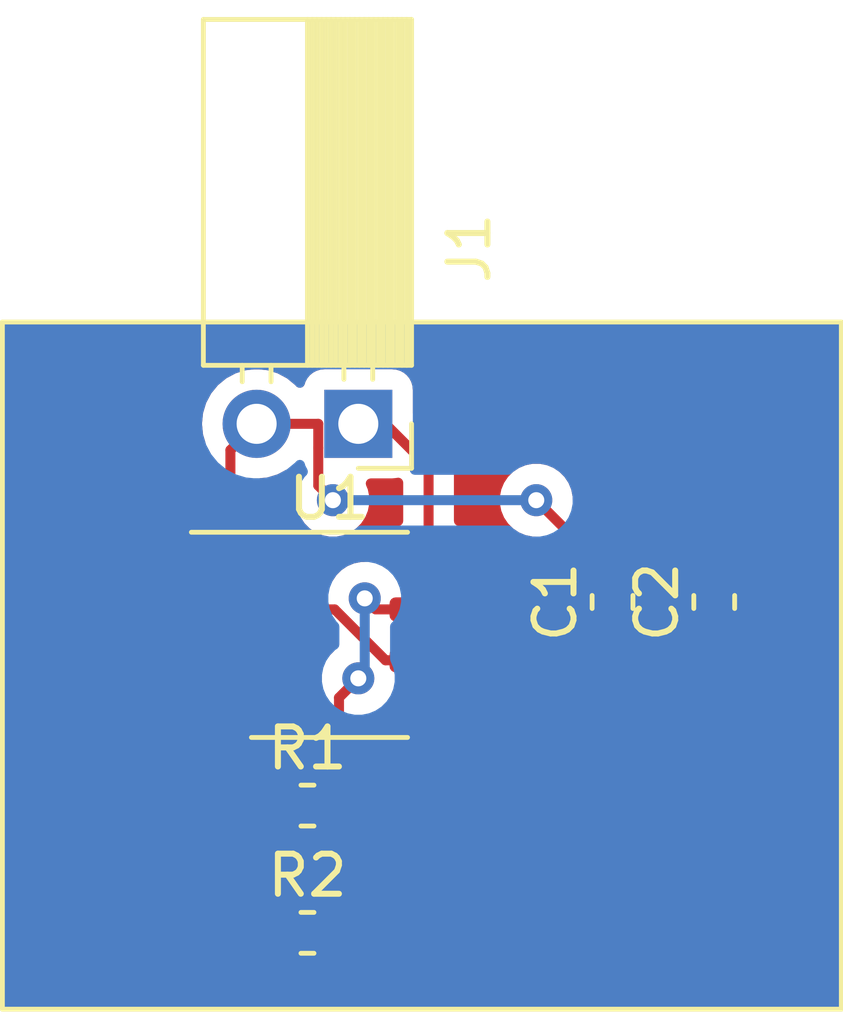
<source format=kicad_pcb>
(kicad_pcb (version 20171130) (host pcbnew "(5.1.2)-2")

  (general
    (thickness 1.6)
    (drawings 4)
    (tracks 44)
    (zones 0)
    (modules 6)
    (nets 7)
  )

  (page A4)
  (title_block
    (title test)
    (date 2019-07-01)
    (rev a)
    (company BUAA)
    (comment 1 "10kHz Square Wave Generator Using a 555 Timer")
  )

  (layers
    (0 F.Cu signal)
    (31 B.Cu signal)
    (32 B.Adhes user)
    (33 F.Adhes user)
    (34 B.Paste user)
    (35 F.Paste user)
    (36 B.SilkS user)
    (37 F.SilkS user)
    (38 B.Mask user)
    (39 F.Mask user)
    (40 Dwgs.User user)
    (41 Cmts.User user)
    (42 Eco1.User user)
    (43 Eco2.User user)
    (44 Edge.Cuts user)
    (45 Margin user)
    (46 B.CrtYd user)
    (47 F.CrtYd user)
    (48 B.Fab user)
    (49 F.Fab user)
  )

  (setup
    (last_trace_width 0.25)
    (trace_clearance 0.2)
    (zone_clearance 0.508)
    (zone_45_only no)
    (trace_min 0.2)
    (via_size 0.8)
    (via_drill 0.4)
    (via_min_size 0.4)
    (via_min_drill 0.3)
    (uvia_size 0.3)
    (uvia_drill 0.1)
    (uvias_allowed no)
    (uvia_min_size 0.2)
    (uvia_min_drill 0.1)
    (edge_width 0.05)
    (segment_width 0.2)
    (pcb_text_width 0.3)
    (pcb_text_size 1.5 1.5)
    (mod_edge_width 0.12)
    (mod_text_size 1 1)
    (mod_text_width 0.15)
    (pad_size 1.524 1.524)
    (pad_drill 0.762)
    (pad_to_mask_clearance 0.051)
    (solder_mask_min_width 0.25)
    (aux_axis_origin 0 0)
    (visible_elements FFFFFF7F)
    (pcbplotparams
      (layerselection 0x011a0_ffffffff)
      (usegerberextensions false)
      (usegerberattributes false)
      (usegerberadvancedattributes false)
      (creategerberjobfile false)
      (excludeedgelayer true)
      (linewidth 0.100000)
      (plotframeref false)
      (viasonmask false)
      (mode 1)
      (useauxorigin false)
      (hpglpennumber 1)
      (hpglpenspeed 20)
      (hpglpendiameter 15.000000)
      (psnegative false)
      (psa4output false)
      (plotreference true)
      (plotvalue true)
      (plotinvisibletext false)
      (padsonsilk false)
      (subtractmaskfromsilk false)
      (outputformat 1)
      (mirror false)
      (drillshape 0)
      (scaleselection 1)
      (outputdirectory ""))
  )

  (net 0 "")
  (net 1 /GND)
  (net 2 "Net-(C1-Pad1)")
  (net 3 "Net-(C2-Pad1)")
  (net 4 VCC)
  (net 5 "Net-(R1-Pad2)")
  (net 6 "Net-(R2-Pad1)")

  (net_class Default 这是默认网络类。
    (clearance 0.2)
    (trace_width 0.25)
    (via_dia 0.8)
    (via_drill 0.4)
    (uvia_dia 0.3)
    (uvia_drill 0.1)
    (add_net /GND)
    (add_net "Net-(C1-Pad1)")
    (add_net "Net-(C2-Pad1)")
    (add_net "Net-(R1-Pad2)")
    (add_net "Net-(R2-Pad1)")
    (add_net VCC)
  )

  (module Capacitor_SMD:C_0603_1608Metric (layer F.Cu) (tedit 5B301BBE) (tstamp 5D1A3B7E)
    (at 155.575 105.41 90)
    (descr "Capacitor SMD 0603 (1608 Metric), square (rectangular) end terminal, IPC_7351 nominal, (Body size source: http://www.tortai-tech.com/upload/download/2011102023233369053.pdf), generated with kicad-footprint-generator")
    (tags capacitor)
    (path /5D1A01D7)
    (attr smd)
    (fp_text reference C1 (at 0 -1.43 90) (layer F.SilkS)
      (effects (font (size 1 1) (thickness 0.15)))
    )
    (fp_text value 1.5n (at 0 1.43 90) (layer F.Fab)
      (effects (font (size 1 1) (thickness 0.15)))
    )
    (fp_line (start -0.8 0.4) (end -0.8 -0.4) (layer F.Fab) (width 0.1))
    (fp_line (start -0.8 -0.4) (end 0.8 -0.4) (layer F.Fab) (width 0.1))
    (fp_line (start 0.8 -0.4) (end 0.8 0.4) (layer F.Fab) (width 0.1))
    (fp_line (start 0.8 0.4) (end -0.8 0.4) (layer F.Fab) (width 0.1))
    (fp_line (start -0.162779 -0.51) (end 0.162779 -0.51) (layer F.SilkS) (width 0.12))
    (fp_line (start -0.162779 0.51) (end 0.162779 0.51) (layer F.SilkS) (width 0.12))
    (fp_line (start -1.48 0.73) (end -1.48 -0.73) (layer F.CrtYd) (width 0.05))
    (fp_line (start -1.48 -0.73) (end 1.48 -0.73) (layer F.CrtYd) (width 0.05))
    (fp_line (start 1.48 -0.73) (end 1.48 0.73) (layer F.CrtYd) (width 0.05))
    (fp_line (start 1.48 0.73) (end -1.48 0.73) (layer F.CrtYd) (width 0.05))
    (fp_text user %R (at 0 0 90) (layer F.Fab)
      (effects (font (size 0.4 0.4) (thickness 0.06)))
    )
    (pad 1 smd roundrect (at -0.7875 0 90) (size 0.875 0.95) (layers F.Cu F.Paste F.Mask) (roundrect_rratio 0.25)
      (net 2 "Net-(C1-Pad1)"))
    (pad 2 smd roundrect (at 0.7875 0 90) (size 0.875 0.95) (layers F.Cu F.Paste F.Mask) (roundrect_rratio 0.25)
      (net 1 /GND))
    (model ${KISYS3DMOD}/Capacitor_SMD.3dshapes/C_0603_1608Metric.wrl
      (at (xyz 0 0 0))
      (scale (xyz 1 1 1))
      (rotate (xyz 0 0 0))
    )
  )

  (module Capacitor_SMD:C_0603_1608Metric (layer F.Cu) (tedit 5B301BBE) (tstamp 5D1A3B8F)
    (at 158.115 105.41 90)
    (descr "Capacitor SMD 0603 (1608 Metric), square (rectangular) end terminal, IPC_7351 nominal, (Body size source: http://www.tortai-tech.com/upload/download/2011102023233369053.pdf), generated with kicad-footprint-generator")
    (tags capacitor)
    (path /5D1A0D9B)
    (attr smd)
    (fp_text reference C2 (at 0 -1.43 90) (layer F.SilkS)
      (effects (font (size 1 1) (thickness 0.15)))
    )
    (fp_text value 0.01u (at 0 1.43 90) (layer F.Fab)
      (effects (font (size 1 1) (thickness 0.15)))
    )
    (fp_text user %R (at 0 0 90) (layer F.Fab)
      (effects (font (size 0.4 0.4) (thickness 0.06)))
    )
    (fp_line (start 1.48 0.73) (end -1.48 0.73) (layer F.CrtYd) (width 0.05))
    (fp_line (start 1.48 -0.73) (end 1.48 0.73) (layer F.CrtYd) (width 0.05))
    (fp_line (start -1.48 -0.73) (end 1.48 -0.73) (layer F.CrtYd) (width 0.05))
    (fp_line (start -1.48 0.73) (end -1.48 -0.73) (layer F.CrtYd) (width 0.05))
    (fp_line (start -0.162779 0.51) (end 0.162779 0.51) (layer F.SilkS) (width 0.12))
    (fp_line (start -0.162779 -0.51) (end 0.162779 -0.51) (layer F.SilkS) (width 0.12))
    (fp_line (start 0.8 0.4) (end -0.8 0.4) (layer F.Fab) (width 0.1))
    (fp_line (start 0.8 -0.4) (end 0.8 0.4) (layer F.Fab) (width 0.1))
    (fp_line (start -0.8 -0.4) (end 0.8 -0.4) (layer F.Fab) (width 0.1))
    (fp_line (start -0.8 0.4) (end -0.8 -0.4) (layer F.Fab) (width 0.1))
    (pad 2 smd roundrect (at 0.7875 0 90) (size 0.875 0.95) (layers F.Cu F.Paste F.Mask) (roundrect_rratio 0.25)
      (net 1 /GND))
    (pad 1 smd roundrect (at -0.7875 0 90) (size 0.875 0.95) (layers F.Cu F.Paste F.Mask) (roundrect_rratio 0.25)
      (net 3 "Net-(C2-Pad1)"))
    (model ${KISYS3DMOD}/Capacitor_SMD.3dshapes/C_0603_1608Metric.wrl
      (at (xyz 0 0 0))
      (scale (xyz 1 1 1))
      (rotate (xyz 0 0 0))
    )
  )

  (module Resistor_SMD:R_0603_1608Metric (layer F.Cu) (tedit 5B301BBD) (tstamp 5D1A3BB6)
    (at 147.955 110.49)
    (descr "Resistor SMD 0603 (1608 Metric), square (rectangular) end terminal, IPC_7351 nominal, (Body size source: http://www.tortai-tech.com/upload/download/2011102023233369053.pdf), generated with kicad-footprint-generator")
    (tags resistor)
    (path /5D19F347)
    (attr smd)
    (fp_text reference R1 (at 0 -1.43) (layer F.SilkS)
      (effects (font (size 1 1) (thickness 0.15)))
    )
    (fp_text value 20.2k (at 0 1.43) (layer F.Fab)
      (effects (font (size 1 1) (thickness 0.15)))
    )
    (fp_line (start -0.8 0.4) (end -0.8 -0.4) (layer F.Fab) (width 0.1))
    (fp_line (start -0.8 -0.4) (end 0.8 -0.4) (layer F.Fab) (width 0.1))
    (fp_line (start 0.8 -0.4) (end 0.8 0.4) (layer F.Fab) (width 0.1))
    (fp_line (start 0.8 0.4) (end -0.8 0.4) (layer F.Fab) (width 0.1))
    (fp_line (start -0.162779 -0.51) (end 0.162779 -0.51) (layer F.SilkS) (width 0.12))
    (fp_line (start -0.162779 0.51) (end 0.162779 0.51) (layer F.SilkS) (width 0.12))
    (fp_line (start -1.48 0.73) (end -1.48 -0.73) (layer F.CrtYd) (width 0.05))
    (fp_line (start -1.48 -0.73) (end 1.48 -0.73) (layer F.CrtYd) (width 0.05))
    (fp_line (start 1.48 -0.73) (end 1.48 0.73) (layer F.CrtYd) (width 0.05))
    (fp_line (start 1.48 0.73) (end -1.48 0.73) (layer F.CrtYd) (width 0.05))
    (fp_text user %R (at 0 0) (layer F.Fab)
      (effects (font (size 0.4 0.4) (thickness 0.06)))
    )
    (pad 1 smd roundrect (at -0.7875 0) (size 0.875 0.95) (layers F.Cu F.Paste F.Mask) (roundrect_rratio 0.25)
      (net 2 "Net-(C1-Pad1)"))
    (pad 2 smd roundrect (at 0.7875 0) (size 0.875 0.95) (layers F.Cu F.Paste F.Mask) (roundrect_rratio 0.25)
      (net 5 "Net-(R1-Pad2)"))
    (model ${KISYS3DMOD}/Resistor_SMD.3dshapes/R_0603_1608Metric.wrl
      (at (xyz 0 0 0))
      (scale (xyz 1 1 1))
      (rotate (xyz 0 0 0))
    )
  )

  (module Resistor_SMD:R_0603_1608Metric (layer F.Cu) (tedit 5B301BBD) (tstamp 5D1A3BC7)
    (at 147.955 113.665)
    (descr "Resistor SMD 0603 (1608 Metric), square (rectangular) end terminal, IPC_7351 nominal, (Body size source: http://www.tortai-tech.com/upload/download/2011102023233369053.pdf), generated with kicad-footprint-generator")
    (tags resistor)
    (path /5D19FADD)
    (attr smd)
    (fp_text reference R2 (at 0 -1.43) (layer F.SilkS)
      (effects (font (size 1 1) (thickness 0.15)))
    )
    (fp_text value 47k (at 0 1.43) (layer F.Fab)
      (effects (font (size 1 1) (thickness 0.15)))
    )
    (fp_text user %R (at 0 0) (layer F.Fab)
      (effects (font (size 0.4 0.4) (thickness 0.06)))
    )
    (fp_line (start 1.48 0.73) (end -1.48 0.73) (layer F.CrtYd) (width 0.05))
    (fp_line (start 1.48 -0.73) (end 1.48 0.73) (layer F.CrtYd) (width 0.05))
    (fp_line (start -1.48 -0.73) (end 1.48 -0.73) (layer F.CrtYd) (width 0.05))
    (fp_line (start -1.48 0.73) (end -1.48 -0.73) (layer F.CrtYd) (width 0.05))
    (fp_line (start -0.162779 0.51) (end 0.162779 0.51) (layer F.SilkS) (width 0.12))
    (fp_line (start -0.162779 -0.51) (end 0.162779 -0.51) (layer F.SilkS) (width 0.12))
    (fp_line (start 0.8 0.4) (end -0.8 0.4) (layer F.Fab) (width 0.1))
    (fp_line (start 0.8 -0.4) (end 0.8 0.4) (layer F.Fab) (width 0.1))
    (fp_line (start -0.8 -0.4) (end 0.8 -0.4) (layer F.Fab) (width 0.1))
    (fp_line (start -0.8 0.4) (end -0.8 -0.4) (layer F.Fab) (width 0.1))
    (pad 2 smd roundrect (at 0.7875 0) (size 0.875 0.95) (layers F.Cu F.Paste F.Mask) (roundrect_rratio 0.25)
      (net 5 "Net-(R1-Pad2)"))
    (pad 1 smd roundrect (at -0.7875 0) (size 0.875 0.95) (layers F.Cu F.Paste F.Mask) (roundrect_rratio 0.25)
      (net 6 "Net-(R2-Pad1)"))
    (model ${KISYS3DMOD}/Resistor_SMD.3dshapes/R_0603_1608Metric.wrl
      (at (xyz 0 0 0))
      (scale (xyz 1 1 1))
      (rotate (xyz 0 0 0))
    )
  )

  (module Package_SO:SOIC-8_3.9x4.9mm_P1.27mm (layer F.Cu) (tedit 5C97300E) (tstamp 5D1A3BE1)
    (at 148.505001 106.230001)
    (descr "SOIC, 8 Pin (JEDEC MS-012AA, https://www.analog.com/media/en/package-pcb-resources/package/pkg_pdf/soic_narrow-r/r_8.pdf), generated with kicad-footprint-generator ipc_gullwing_generator.py")
    (tags "SOIC SO")
    (path /5D19C5D3)
    (attr smd)
    (fp_text reference U1 (at 0 -3.4) (layer F.SilkS)
      (effects (font (size 1 1) (thickness 0.15)))
    )
    (fp_text value NE555 (at 0 3.4) (layer F.Fab)
      (effects (font (size 1 1) (thickness 0.15)))
    )
    (fp_line (start 0 2.56) (end 1.95 2.56) (layer F.SilkS) (width 0.12))
    (fp_line (start 0 2.56) (end -1.95 2.56) (layer F.SilkS) (width 0.12))
    (fp_line (start 0 -2.56) (end 1.95 -2.56) (layer F.SilkS) (width 0.12))
    (fp_line (start 0 -2.56) (end -3.45 -2.56) (layer F.SilkS) (width 0.12))
    (fp_line (start -0.975 -2.45) (end 1.95 -2.45) (layer F.Fab) (width 0.1))
    (fp_line (start 1.95 -2.45) (end 1.95 2.45) (layer F.Fab) (width 0.1))
    (fp_line (start 1.95 2.45) (end -1.95 2.45) (layer F.Fab) (width 0.1))
    (fp_line (start -1.95 2.45) (end -1.95 -1.475) (layer F.Fab) (width 0.1))
    (fp_line (start -1.95 -1.475) (end -0.975 -2.45) (layer F.Fab) (width 0.1))
    (fp_line (start -3.7 -2.7) (end -3.7 2.7) (layer F.CrtYd) (width 0.05))
    (fp_line (start -3.7 2.7) (end 3.7 2.7) (layer F.CrtYd) (width 0.05))
    (fp_line (start 3.7 2.7) (end 3.7 -2.7) (layer F.CrtYd) (width 0.05))
    (fp_line (start 3.7 -2.7) (end -3.7 -2.7) (layer F.CrtYd) (width 0.05))
    (fp_text user %R (at 0 0) (layer F.Fab)
      (effects (font (size 0.98 0.98) (thickness 0.15)))
    )
    (pad 1 smd roundrect (at -2.475 -1.905) (size 1.95 0.6) (layers F.Cu F.Paste F.Mask) (roundrect_rratio 0.25)
      (net 1 /GND))
    (pad 2 smd roundrect (at -2.475 -0.635) (size 1.95 0.6) (layers F.Cu F.Paste F.Mask) (roundrect_rratio 0.25)
      (net 2 "Net-(C1-Pad1)"))
    (pad 3 smd roundrect (at -2.475 0.635) (size 1.95 0.6) (layers F.Cu F.Paste F.Mask) (roundrect_rratio 0.25))
    (pad 4 smd roundrect (at -2.475 1.905) (size 1.95 0.6) (layers F.Cu F.Paste F.Mask) (roundrect_rratio 0.25)
      (net 6 "Net-(R2-Pad1)"))
    (pad 5 smd roundrect (at 2.475 1.905) (size 1.95 0.6) (layers F.Cu F.Paste F.Mask) (roundrect_rratio 0.25)
      (net 3 "Net-(C2-Pad1)"))
    (pad 6 smd roundrect (at 2.475 0.635) (size 1.95 0.6) (layers F.Cu F.Paste F.Mask) (roundrect_rratio 0.25)
      (net 2 "Net-(C1-Pad1)"))
    (pad 7 smd roundrect (at 2.475 -0.635) (size 1.95 0.6) (layers F.Cu F.Paste F.Mask) (roundrect_rratio 0.25)
      (net 5 "Net-(R1-Pad2)"))
    (pad 8 smd roundrect (at 2.475 -1.905) (size 1.95 0.6) (layers F.Cu F.Paste F.Mask) (roundrect_rratio 0.25)
      (net 4 VCC))
    (model ${KISYS3DMOD}/Package_SO.3dshapes/SOIC-8_3.9x4.9mm_P1.27mm.wrl
      (at (xyz 0 0 0))
      (scale (xyz 1 1 1))
      (rotate (xyz 0 0 0))
    )
  )

  (module Connector_PinSocket_2.54mm:PinSocket_1x02_P2.54mm_Horizontal (layer F.Cu) (tedit 5A19A41B) (tstamp 5D1A436B)
    (at 149.225 100.965 270)
    (descr "Through hole angled socket strip, 1x02, 2.54mm pitch, 8.51mm socket length, single row (from Kicad 4.0.7), script generated")
    (tags "Through hole angled socket strip THT 1x02 2.54mm single row")
    (path /5D1B2096)
    (fp_text reference J1 (at -4.38 -2.77 90) (layer F.SilkS)
      (effects (font (size 1 1) (thickness 0.15)))
    )
    (fp_text value "Power Supply" (at -4.38 5.31 90) (layer F.Fab)
      (effects (font (size 1 1) (thickness 0.15)))
    )
    (fp_line (start -10.03 -1.27) (end -2.49 -1.27) (layer F.Fab) (width 0.1))
    (fp_line (start -2.49 -1.27) (end -1.52 -0.3) (layer F.Fab) (width 0.1))
    (fp_line (start -1.52 -0.3) (end -1.52 3.81) (layer F.Fab) (width 0.1))
    (fp_line (start -1.52 3.81) (end -10.03 3.81) (layer F.Fab) (width 0.1))
    (fp_line (start -10.03 3.81) (end -10.03 -1.27) (layer F.Fab) (width 0.1))
    (fp_line (start 0 -0.3) (end -1.52 -0.3) (layer F.Fab) (width 0.1))
    (fp_line (start -1.52 0.3) (end 0 0.3) (layer F.Fab) (width 0.1))
    (fp_line (start 0 0.3) (end 0 -0.3) (layer F.Fab) (width 0.1))
    (fp_line (start 0 2.24) (end -1.52 2.24) (layer F.Fab) (width 0.1))
    (fp_line (start -1.52 2.84) (end 0 2.84) (layer F.Fab) (width 0.1))
    (fp_line (start 0 2.84) (end 0 2.24) (layer F.Fab) (width 0.1))
    (fp_line (start -10.09 -1.21) (end -1.46 -1.21) (layer F.SilkS) (width 0.12))
    (fp_line (start -10.09 -1.091905) (end -1.46 -1.091905) (layer F.SilkS) (width 0.12))
    (fp_line (start -10.09 -0.97381) (end -1.46 -0.97381) (layer F.SilkS) (width 0.12))
    (fp_line (start -10.09 -0.855715) (end -1.46 -0.855715) (layer F.SilkS) (width 0.12))
    (fp_line (start -10.09 -0.73762) (end -1.46 -0.73762) (layer F.SilkS) (width 0.12))
    (fp_line (start -10.09 -0.619525) (end -1.46 -0.619525) (layer F.SilkS) (width 0.12))
    (fp_line (start -10.09 -0.50143) (end -1.46 -0.50143) (layer F.SilkS) (width 0.12))
    (fp_line (start -10.09 -0.383335) (end -1.46 -0.383335) (layer F.SilkS) (width 0.12))
    (fp_line (start -10.09 -0.26524) (end -1.46 -0.26524) (layer F.SilkS) (width 0.12))
    (fp_line (start -10.09 -0.147145) (end -1.46 -0.147145) (layer F.SilkS) (width 0.12))
    (fp_line (start -10.09 -0.02905) (end -1.46 -0.02905) (layer F.SilkS) (width 0.12))
    (fp_line (start -10.09 0.089045) (end -1.46 0.089045) (layer F.SilkS) (width 0.12))
    (fp_line (start -10.09 0.20714) (end -1.46 0.20714) (layer F.SilkS) (width 0.12))
    (fp_line (start -10.09 0.325235) (end -1.46 0.325235) (layer F.SilkS) (width 0.12))
    (fp_line (start -10.09 0.44333) (end -1.46 0.44333) (layer F.SilkS) (width 0.12))
    (fp_line (start -10.09 0.561425) (end -1.46 0.561425) (layer F.SilkS) (width 0.12))
    (fp_line (start -10.09 0.67952) (end -1.46 0.67952) (layer F.SilkS) (width 0.12))
    (fp_line (start -10.09 0.797615) (end -1.46 0.797615) (layer F.SilkS) (width 0.12))
    (fp_line (start -10.09 0.91571) (end -1.46 0.91571) (layer F.SilkS) (width 0.12))
    (fp_line (start -10.09 1.033805) (end -1.46 1.033805) (layer F.SilkS) (width 0.12))
    (fp_line (start -10.09 1.1519) (end -1.46 1.1519) (layer F.SilkS) (width 0.12))
    (fp_line (start -1.46 -0.36) (end -1.11 -0.36) (layer F.SilkS) (width 0.12))
    (fp_line (start -1.46 0.36) (end -1.11 0.36) (layer F.SilkS) (width 0.12))
    (fp_line (start -1.46 2.18) (end -1.05 2.18) (layer F.SilkS) (width 0.12))
    (fp_line (start -1.46 2.9) (end -1.05 2.9) (layer F.SilkS) (width 0.12))
    (fp_line (start -10.09 1.27) (end -1.46 1.27) (layer F.SilkS) (width 0.12))
    (fp_line (start -10.09 -1.33) (end -1.46 -1.33) (layer F.SilkS) (width 0.12))
    (fp_line (start -1.46 -1.33) (end -1.46 3.87) (layer F.SilkS) (width 0.12))
    (fp_line (start -10.09 3.87) (end -1.46 3.87) (layer F.SilkS) (width 0.12))
    (fp_line (start -10.09 -1.33) (end -10.09 3.87) (layer F.SilkS) (width 0.12))
    (fp_line (start 1.11 -1.33) (end 1.11 0) (layer F.SilkS) (width 0.12))
    (fp_line (start 0 -1.33) (end 1.11 -1.33) (layer F.SilkS) (width 0.12))
    (fp_line (start 1.75 -1.75) (end -10.55 -1.75) (layer F.CrtYd) (width 0.05))
    (fp_line (start -10.55 -1.75) (end -10.55 4.35) (layer F.CrtYd) (width 0.05))
    (fp_line (start -10.55 4.35) (end 1.75 4.35) (layer F.CrtYd) (width 0.05))
    (fp_line (start 1.75 4.35) (end 1.75 -1.75) (layer F.CrtYd) (width 0.05))
    (fp_text user %R (at -5.775 1.27 90) (layer F.Fab)
      (effects (font (size 1 1) (thickness 0.15)))
    )
    (pad 1 thru_hole rect (at 0 0 270) (size 1.7 1.7) (drill 1) (layers *.Cu *.Mask)
      (net 4 VCC))
    (pad 2 thru_hole oval (at 0 2.54 270) (size 1.7 1.7) (drill 1) (layers *.Cu *.Mask)
      (net 1 /GND))
    (model ${KISYS3DMOD}/Connector_PinSocket_2.54mm.3dshapes/PinSocket_1x02_P2.54mm_Horizontal.wrl
      (at (xyz 0 0 0))
      (scale (xyz 1 1 1))
      (rotate (xyz 0 0 0))
    )
  )

  (gr_line (start 161.29 98.425) (end 140.335 98.425) (layer F.SilkS) (width 0.12) (tstamp 5D1A40DB))
  (gr_line (start 161.29 115.57) (end 161.29 98.425) (layer F.SilkS) (width 0.12))
  (gr_line (start 140.335 115.57) (end 161.29 115.57) (layer F.SilkS) (width 0.12))
  (gr_line (start 140.335 98.425) (end 140.335 115.57) (layer F.SilkS) (width 0.12))

  (segment (start 146.030001 104.325001) (end 146.030001 101.619999) (width 0.25) (layer F.Cu) (net 1) (status 30))
  (segment (start 146.030001 101.619999) (end 146.685 100.965) (width 0.25) (layer F.Cu) (net 1) (status 30))
  (segment (start 146.685 100.965) (end 148.225 100.965) (width 0.25) (layer F.Cu) (net 1) (status 10))
  (segment (start 156.15 104.6225) (end 158.115 104.6225) (width 0.25) (layer F.Cu) (net 1) (status 20))
  (segment (start 155.575 104.6225) (end 156.15 104.6225) (width 0.25) (layer F.Cu) (net 1) (status 10))
  (segment (start 148.225 100.965) (end 148.225 101.56604) (width 0.25) (layer F.Cu) (net 1))
  (via (at 148.59 102.87) (size 0.8) (drill 0.4) (layers F.Cu B.Cu) (net 1))
  (segment (start 148.225 101.56604) (end 148.225 102.505) (width 0.25) (layer F.Cu) (net 1))
  (segment (start 148.225 102.505) (end 148.59 102.87) (width 0.25) (layer F.Cu) (net 1))
  (via (at 153.67 102.87) (size 0.8) (drill 0.4) (layers F.Cu B.Cu) (net 1))
  (segment (start 148.59 102.87) (end 153.67 102.87) (width 0.25) (layer B.Cu) (net 1))
  (segment (start 155.4225 104.6225) (end 155.575 104.6225) (width 0.25) (layer F.Cu) (net 1) (status 30))
  (segment (start 153.67 102.87) (end 155.4225 104.6225) (width 0.25) (layer F.Cu) (net 1) (status 20))
  (segment (start 152.055001 106.865001) (end 150.980001 106.865001) (width 0.25) (layer F.Cu) (net 2) (status 20))
  (segment (start 154.332499 106.865001) (end 152.055001 106.865001) (width 0.25) (layer F.Cu) (net 2))
  (segment (start 155 106.1975) (end 154.332499 106.865001) (width 0.25) (layer F.Cu) (net 2))
  (segment (start 155.575 106.1975) (end 155 106.1975) (width 0.25) (layer F.Cu) (net 2) (status 10))
  (segment (start 148.635001 105.595001) (end 147.105001 105.595001) (width 0.25) (layer F.Cu) (net 2))
  (segment (start 149.905001 106.865001) (end 148.635001 105.595001) (width 0.25) (layer F.Cu) (net 2))
  (segment (start 150.980001 106.865001) (end 149.905001 106.865001) (width 0.25) (layer F.Cu) (net 2) (status 10))
  (segment (start 147.629112 110.028388) (end 147.1675 110.49) (width 0.25) (layer F.Cu) (net 2) (status 20))
  (segment (start 147.629112 106.119112) (end 147.629112 110.028388) (width 0.25) (layer F.Cu) (net 2))
  (segment (start 147.105001 105.595001) (end 147.629112 106.119112) (width 0.25) (layer F.Cu) (net 2))
  (segment (start 146.030001 105.595001) (end 147.105001 105.595001) (width 0.25) (layer F.Cu) (net 2) (status 10))
  (segment (start 157.6325 106.68) (end 158.115 106.1975) (width 0.25) (layer F.Cu) (net 3) (status 20))
  (segment (start 156.336494 106.68) (end 157.6325 106.68) (width 0.25) (layer F.Cu) (net 3))
  (segment (start 155.252203 107.764291) (end 156.336494 106.68) (width 0.25) (layer F.Cu) (net 3))
  (segment (start 150.980001 108.135001) (end 151.350711 107.764291) (width 0.25) (layer F.Cu) (net 3) (status 10))
  (segment (start 151.350711 107.764291) (end 155.252203 107.764291) (width 0.25) (layer F.Cu) (net 3))
  (segment (start 149.9 100.965) (end 149.225 100.965) (width 0.25) (layer F.Cu) (net 4) (status 30))
  (segment (start 150.980001 102.045001) (end 149.9 100.965) (width 0.25) (layer F.Cu) (net 4) (status 20))
  (segment (start 150.980001 104.325001) (end 150.980001 102.045001) (width 0.25) (layer F.Cu) (net 4) (status 10))
  (via (at 149.385089 105.319784) (size 0.8) (drill 0.4) (layers F.Cu B.Cu) (net 5))
  (segment (start 150.980001 105.595001) (end 149.660306 105.595001) (width 0.25) (layer F.Cu) (net 5) (status 10))
  (segment (start 149.660306 105.595001) (end 149.385089 105.319784) (width 0.25) (layer F.Cu) (net 5))
  (via (at 149.225 107.315) (size 0.8) (drill 0.4) (layers F.Cu B.Cu) (net 5))
  (segment (start 149.385089 105.319784) (end 149.385089 107.154911) (width 0.25) (layer B.Cu) (net 5))
  (segment (start 149.385089 107.154911) (end 149.225 107.315) (width 0.25) (layer B.Cu) (net 5))
  (segment (start 148.7425 107.7975) (end 148.7425 110.49) (width 0.25) (layer F.Cu) (net 5) (status 20))
  (segment (start 149.225 107.315) (end 148.7425 107.7975) (width 0.25) (layer F.Cu) (net 5))
  (segment (start 148.7425 113.09) (end 148.7425 110.49) (width 0.25) (layer F.Cu) (net 5) (status 20))
  (segment (start 148.7425 113.665) (end 148.7425 113.09) (width 0.25) (layer F.Cu) (net 5) (status 10))
  (segment (start 146.030001 112.527501) (end 147.1675 113.665) (width 0.25) (layer F.Cu) (net 6) (status 20))
  (segment (start 146.030001 108.135001) (end 146.030001 112.527501) (width 0.25) (layer F.Cu) (net 6) (status 10))

  (zone (net 1) (net_name /GND) (layer F.Cu) (tstamp 5D1A40FE) (hatch edge 0.508)
    (connect_pads (clearance 0.508))
    (min_thickness 0.254)
    (fill yes (arc_segments 32) (thermal_gap 0.508) (thermal_bridge_width 0.508))
    (polygon
      (pts
        (xy 140.335 115.57) (xy 161.29 115.57) (xy 161.29 98.425) (xy 140.335 98.425)
      )
    )
  )
  (zone (net 0) (net_name "") (layer F.Cu) (tstamp 5D1A40FB) (hatch edge 0.508)
    (priority 1)
    (connect_pads (clearance 0.508))
    (min_thickness 0.254)
    (fill yes (arc_segments 32) (thermal_gap 0.508) (thermal_bridge_width 0.508))
    (polygon
      (pts
        (xy 140.335 115.57) (xy 161.29 115.57) (xy 161.29 98.425) (xy 140.335 98.425)
      )
    )
    (filled_polygon
      (pts
        (xy 161.163 115.443) (xy 140.462 115.443) (xy 140.462 104.175001) (xy 144.416929 104.175001) (xy 144.416929 104.475001)
        (xy 144.432072 104.628746) (xy 144.476917 104.776583) (xy 144.549743 104.91283) (xy 144.588455 104.960001) (xy 144.549743 105.007172)
        (xy 144.476917 105.143419) (xy 144.432072 105.291256) (xy 144.416929 105.445001) (xy 144.416929 105.745001) (xy 144.432072 105.898746)
        (xy 144.476917 106.046583) (xy 144.549743 106.18283) (xy 144.588455 106.230001) (xy 144.549743 106.277172) (xy 144.476917 106.413419)
        (xy 144.432072 106.561256) (xy 144.416929 106.715001) (xy 144.416929 107.015001) (xy 144.432072 107.168746) (xy 144.476917 107.316583)
        (xy 144.549743 107.45283) (xy 144.588455 107.500001) (xy 144.549743 107.547172) (xy 144.476917 107.683419) (xy 144.432072 107.831256)
        (xy 144.416929 107.985001) (xy 144.416929 108.285001) (xy 144.432072 108.438746) (xy 144.476917 108.586583) (xy 144.549743 108.72283)
        (xy 144.64775 108.842252) (xy 144.767172 108.940259) (xy 144.903419 109.013085) (xy 145.051256 109.05793) (xy 145.205001 109.073073)
        (xy 145.270001 109.073073) (xy 145.270002 112.490169) (xy 145.266325 112.527501) (xy 145.280999 112.676486) (xy 145.324455 112.819747)
        (xy 145.395027 112.951777) (xy 145.466202 113.038503) (xy 145.490001 113.067502) (xy 145.518999 113.0913) (xy 146.091928 113.66423)
        (xy 146.091928 113.92125) (xy 146.108392 114.088408) (xy 146.15715 114.249142) (xy 146.236329 114.397275) (xy 146.342885 114.527115)
        (xy 146.472725 114.633671) (xy 146.620858 114.71285) (xy 146.781592 114.761608) (xy 146.94875 114.778072) (xy 147.38625 114.778072)
        (xy 147.553408 114.761608) (xy 147.714142 114.71285) (xy 147.862275 114.633671) (xy 147.955 114.557574) (xy 148.047725 114.633671)
        (xy 148.195858 114.71285) (xy 148.356592 114.761608) (xy 148.52375 114.778072) (xy 148.96125 114.778072) (xy 149.128408 114.761608)
        (xy 149.289142 114.71285) (xy 149.437275 114.633671) (xy 149.567115 114.527115) (xy 149.673671 114.397275) (xy 149.75285 114.249142)
        (xy 149.801608 114.088408) (xy 149.818072 113.92125) (xy 149.818072 113.40875) (xy 149.801608 113.241592) (xy 149.75285 113.080858)
        (xy 149.673671 112.932725) (xy 149.567115 112.802885) (xy 149.5025 112.749857) (xy 149.5025 111.405143) (xy 149.567115 111.352115)
        (xy 149.673671 111.222275) (xy 149.75285 111.074142) (xy 149.801608 110.913408) (xy 149.818072 110.74625) (xy 149.818072 110.23375)
        (xy 149.801608 110.066592) (xy 149.75285 109.905858) (xy 149.673671 109.757725) (xy 149.567115 109.627885) (xy 149.5025 109.574857)
        (xy 149.5025 108.726189) (xy 149.59775 108.842252) (xy 149.717172 108.940259) (xy 149.853419 109.013085) (xy 150.001256 109.05793)
        (xy 150.155001 109.073073) (xy 151.805001 109.073073) (xy 151.958746 109.05793) (xy 152.106583 109.013085) (xy 152.24283 108.940259)
        (xy 152.362252 108.842252) (xy 152.460259 108.72283) (xy 152.533085 108.586583) (xy 152.551981 108.524291) (xy 155.214881 108.524291)
        (xy 155.252203 108.527967) (xy 155.289525 108.524291) (xy 155.289536 108.524291) (xy 155.401189 108.513294) (xy 155.54445 108.469837)
        (xy 155.676479 108.399265) (xy 155.792204 108.304292) (xy 155.816007 108.275289) (xy 156.651296 107.44) (xy 157.595178 107.44)
        (xy 157.6325 107.443676) (xy 157.669822 107.44) (xy 157.669833 107.44) (xy 157.781486 107.429003) (xy 157.924747 107.385546)
        (xy 158.056776 107.314974) (xy 158.107834 107.273072) (xy 158.37125 107.273072) (xy 158.538408 107.256608) (xy 158.699142 107.20785)
        (xy 158.847275 107.128671) (xy 158.977115 107.022115) (xy 159.083671 106.892275) (xy 159.16285 106.744142) (xy 159.211608 106.583408)
        (xy 159.228072 106.41625) (xy 159.228072 105.97875) (xy 159.211608 105.811592) (xy 159.16285 105.650858) (xy 159.083671 105.502725)
        (xy 159.007574 105.41) (xy 159.083671 105.317275) (xy 159.16285 105.169142) (xy 159.211608 105.008408) (xy 159.228072 104.84125)
        (xy 159.228072 104.40375) (xy 159.211608 104.236592) (xy 159.16285 104.075858) (xy 159.083671 103.927725) (xy 158.977115 103.797885)
        (xy 158.847275 103.691329) (xy 158.699142 103.61215) (xy 158.538408 103.563392) (xy 158.37125 103.546928) (xy 157.85875 103.546928)
        (xy 157.691592 103.563392) (xy 157.530858 103.61215) (xy 157.382725 103.691329) (xy 157.252885 103.797885) (xy 157.199857 103.8625)
        (xy 156.490143 103.8625) (xy 156.437115 103.797885) (xy 156.307275 103.691329) (xy 156.159142 103.61215) (xy 155.998408 103.563392)
        (xy 155.83125 103.546928) (xy 155.42173 103.546928) (xy 154.705 102.830199) (xy 154.705 102.768061) (xy 154.665226 102.568102)
        (xy 154.587205 102.379744) (xy 154.473937 102.210226) (xy 154.329774 102.066063) (xy 154.160256 101.952795) (xy 153.971898 101.874774)
        (xy 153.771939 101.835) (xy 153.568061 101.835) (xy 153.368102 101.874774) (xy 153.179744 101.952795) (xy 153.010226 102.066063)
        (xy 152.866063 102.210226) (xy 152.752795 102.379744) (xy 152.674774 102.568102) (xy 152.635 102.768061) (xy 152.635 102.971939)
        (xy 152.674774 103.171898) (xy 152.752795 103.360256) (xy 152.866063 103.529774) (xy 153.010226 103.673937) (xy 153.179744 103.787205)
        (xy 153.368102 103.865226) (xy 153.568061 103.905) (xy 153.630199 103.905) (xy 154.461928 104.73673) (xy 154.461928 104.84125)
        (xy 154.478392 105.008408) (xy 154.52715 105.169142) (xy 154.606329 105.317275) (xy 154.682426 105.41) (xy 154.606329 105.502725)
        (xy 154.573303 105.564512) (xy 154.536153 105.595001) (xy 154.459999 105.657499) (xy 154.4362 105.686498) (xy 154.017698 106.105001)
        (xy 152.50186 106.105001) (xy 152.533085 106.046583) (xy 152.57793 105.898746) (xy 152.593073 105.745001) (xy 152.593073 105.445001)
        (xy 152.57793 105.291256) (xy 152.533085 105.143419) (xy 152.460259 105.007172) (xy 152.421547 104.960001) (xy 152.460259 104.91283)
        (xy 152.533085 104.776583) (xy 152.57793 104.628746) (xy 152.593073 104.475001) (xy 152.593073 104.175001) (xy 152.57793 104.021256)
        (xy 152.533085 103.873419) (xy 152.460259 103.737172) (xy 152.362252 103.61775) (xy 152.24283 103.519743) (xy 152.106583 103.446917)
        (xy 151.958746 103.402072) (xy 151.805001 103.386929) (xy 151.740001 103.386929) (xy 151.740001 102.082323) (xy 151.743677 102.045)
        (xy 151.740001 102.007677) (xy 151.740001 102.007668) (xy 151.729004 101.896015) (xy 151.685547 101.752754) (xy 151.664834 101.714003)
        (xy 151.614975 101.620724) (xy 151.5438 101.533998) (xy 151.520002 101.505) (xy 151.491004 101.481202) (xy 150.713072 100.703271)
        (xy 150.713072 100.115) (xy 150.700812 99.990518) (xy 150.664502 99.87082) (xy 150.605537 99.760506) (xy 150.526185 99.663815)
        (xy 150.429494 99.584463) (xy 150.31918 99.525498) (xy 150.199482 99.489188) (xy 150.075 99.476928) (xy 148.375 99.476928)
        (xy 148.250518 99.489188) (xy 148.13082 99.525498) (xy 148.020506 99.584463) (xy 147.923815 99.663815) (xy 147.844463 99.760506)
        (xy 147.785498 99.87082) (xy 147.764607 99.939687) (xy 147.740134 99.909866) (xy 147.514014 99.724294) (xy 147.256034 99.586401)
        (xy 146.976111 99.501487) (xy 146.75795 99.48) (xy 146.61205 99.48) (xy 146.393889 99.501487) (xy 146.113966 99.586401)
        (xy 145.855986 99.724294) (xy 145.629866 99.909866) (xy 145.444294 100.135986) (xy 145.306401 100.393966) (xy 145.221487 100.673889)
        (xy 145.192815 100.965) (xy 145.221487 101.256111) (xy 145.283838 101.461654) (xy 145.280999 101.471013) (xy 145.274595 101.536034)
        (xy 145.266325 101.619999) (xy 145.270002 101.657331) (xy 145.270001 103.386929) (xy 145.205001 103.386929) (xy 145.051256 103.402072)
        (xy 144.903419 103.446917) (xy 144.767172 103.519743) (xy 144.64775 103.61775) (xy 144.549743 103.737172) (xy 144.476917 103.873419)
        (xy 144.432072 104.021256) (xy 144.416929 104.175001) (xy 140.462 104.175001) (xy 140.462 98.552) (xy 161.163 98.552)
      )
    )
    (filled_polygon
      (pts
        (xy 147.982501 111.405143) (xy 147.9825 112.749857) (xy 147.955 112.772426) (xy 147.862275 112.696329) (xy 147.714142 112.61715)
        (xy 147.553408 112.568392) (xy 147.38625 112.551928) (xy 147.129229 112.551928) (xy 146.790001 112.2127) (xy 146.790001 111.587436)
        (xy 146.94875 111.603072) (xy 147.38625 111.603072) (xy 147.553408 111.586608) (xy 147.714142 111.53785) (xy 147.862275 111.458671)
        (xy 147.955 111.382574)
      )
    )
    (filled_polygon
      (pts
        (xy 146.869113 109.384772) (xy 146.790001 109.392564) (xy 146.790001 109.073073) (xy 146.855001 109.073073) (xy 146.869113 109.071683)
      )
    )
    (filled_polygon
      (pts
        (xy 148.520744 106.555545) (xy 148.421063 106.655226) (xy 148.389112 106.703044) (xy 148.389112 106.423913)
      )
    )
    (filled_polygon
      (pts
        (xy 157.222426 105.41) (xy 157.146329 105.502725) (xy 157.06715 105.650858) (xy 157.018392 105.811592) (xy 157.007715 105.92)
        (xy 156.682285 105.92) (xy 156.671608 105.811592) (xy 156.62285 105.650858) (xy 156.543671 105.502725) (xy 156.467574 105.41)
        (xy 156.490143 105.3825) (xy 157.199857 105.3825)
      )
    )
    (filled_polygon
      (pts
        (xy 147.465001 102.467668) (xy 147.461324 102.505) (xy 147.475998 102.653985) (xy 147.519454 102.797246) (xy 147.555 102.863747)
        (xy 147.555 102.971939) (xy 147.594774 103.171898) (xy 147.672795 103.360256) (xy 147.786063 103.529774) (xy 147.930226 103.673937)
        (xy 148.099744 103.787205) (xy 148.288102 103.865226) (xy 148.488061 103.905) (xy 148.691939 103.905) (xy 148.891898 103.865226)
        (xy 149.080256 103.787205) (xy 149.249774 103.673937) (xy 149.393937 103.529774) (xy 149.507205 103.360256) (xy 149.585226 103.171898)
        (xy 149.625 102.971939) (xy 149.625 102.768061) (xy 149.585226 102.568102) (xy 149.537579 102.453072) (xy 150.075 102.453072)
        (xy 150.199482 102.440812) (xy 150.220002 102.434587) (xy 150.220001 103.386929) (xy 150.155001 103.386929) (xy 150.001256 103.402072)
        (xy 149.853419 103.446917) (xy 149.717172 103.519743) (xy 149.59775 103.61775) (xy 149.499743 103.737172) (xy 149.426917 103.873419)
        (xy 149.382072 104.021256) (xy 149.366929 104.175001) (xy 149.366929 104.284784) (xy 149.28315 104.284784) (xy 149.083191 104.324558)
        (xy 148.894833 104.402579) (xy 148.725315 104.515847) (xy 148.581152 104.66001) (xy 148.467884 104.829528) (xy 148.465617 104.835001)
        (xy 147.55186 104.835001) (xy 147.583085 104.776583) (xy 147.62793 104.628746) (xy 147.643073 104.475001) (xy 147.643073 104.175001)
        (xy 147.62793 104.021256) (xy 147.583085 103.873419) (xy 147.510259 103.737172) (xy 147.412252 103.61775) (xy 147.29283 103.519743)
        (xy 147.156583 103.446917) (xy 147.008746 103.402072) (xy 146.855001 103.386929) (xy 146.790001 103.386929) (xy 146.790001 102.446843)
        (xy 146.976111 102.428513) (xy 147.256034 102.343599) (xy 147.465001 102.231904)
      )
    )
  )
  (zone (net 1) (net_name /GND) (layer B.Cu) (tstamp 5D1A40F8) (hatch edge 0.508)
    (connect_pads (clearance 0.508))
    (min_thickness 0.254)
    (fill yes (arc_segments 32) (thermal_gap 0.508) (thermal_bridge_width 0.508))
    (polygon
      (pts
        (xy 140.335 115.57) (xy 161.29 115.57) (xy 161.29 97.79) (xy 161.29 98.425) (xy 140.335 98.425)
      )
    )
  )
  (zone (net 0) (net_name "") (layer B.Cu) (tstamp 5D1A40F5) (hatch edge 0.508)
    (priority 1)
    (connect_pads (clearance 0.508))
    (min_thickness 0.254)
    (fill yes (arc_segments 32) (thermal_gap 0.508) (thermal_bridge_width 0.508))
    (polygon
      (pts
        (xy 140.335 115.57) (xy 161.29 115.57) (xy 161.29 98.425) (xy 140.335 98.425)
      )
    )
    (filled_polygon
      (pts
        (xy 161.163 115.443) (xy 140.462 115.443) (xy 140.462 107.213061) (xy 148.19 107.213061) (xy 148.19 107.416939)
        (xy 148.229774 107.616898) (xy 148.307795 107.805256) (xy 148.421063 107.974774) (xy 148.565226 108.118937) (xy 148.734744 108.232205)
        (xy 148.923102 108.310226) (xy 149.123061 108.35) (xy 149.326939 108.35) (xy 149.526898 108.310226) (xy 149.715256 108.232205)
        (xy 149.884774 108.118937) (xy 150.028937 107.974774) (xy 150.142205 107.805256) (xy 150.220226 107.616898) (xy 150.26 107.416939)
        (xy 150.26 107.213061) (xy 150.220226 107.013102) (xy 150.145089 106.831707) (xy 150.145089 106.023495) (xy 150.189026 105.979558)
        (xy 150.302294 105.81004) (xy 150.380315 105.621682) (xy 150.420089 105.421723) (xy 150.420089 105.217845) (xy 150.380315 105.017886)
        (xy 150.302294 104.829528) (xy 150.189026 104.66001) (xy 150.044863 104.515847) (xy 149.875345 104.402579) (xy 149.686987 104.324558)
        (xy 149.487028 104.284784) (xy 149.28315 104.284784) (xy 149.083191 104.324558) (xy 148.894833 104.402579) (xy 148.725315 104.515847)
        (xy 148.581152 104.66001) (xy 148.467884 104.829528) (xy 148.389863 105.017886) (xy 148.350089 105.217845) (xy 148.350089 105.421723)
        (xy 148.389863 105.621682) (xy 148.467884 105.81004) (xy 148.581152 105.979558) (xy 148.625089 106.023495) (xy 148.62509 106.471064)
        (xy 148.565226 106.511063) (xy 148.421063 106.655226) (xy 148.307795 106.824744) (xy 148.229774 107.013102) (xy 148.19 107.213061)
        (xy 140.462 107.213061) (xy 140.462 100.965) (xy 145.192815 100.965) (xy 145.221487 101.256111) (xy 145.306401 101.536034)
        (xy 145.444294 101.794014) (xy 145.629866 102.020134) (xy 145.855986 102.205706) (xy 146.113966 102.343599) (xy 146.393889 102.428513)
        (xy 146.61205 102.45) (xy 146.75795 102.45) (xy 146.976111 102.428513) (xy 147.256034 102.343599) (xy 147.514014 102.205706)
        (xy 147.740134 102.020134) (xy 147.764607 101.990313) (xy 147.785498 102.05918) (xy 147.838309 102.15798) (xy 147.786063 102.210226)
        (xy 147.672795 102.379744) (xy 147.594774 102.568102) (xy 147.555 102.768061) (xy 147.555 102.971939) (xy 147.594774 103.171898)
        (xy 147.672795 103.360256) (xy 147.786063 103.529774) (xy 147.930226 103.673937) (xy 148.099744 103.787205) (xy 148.288102 103.865226)
        (xy 148.488061 103.905) (xy 148.691939 103.905) (xy 148.891898 103.865226) (xy 149.080256 103.787205) (xy 149.249774 103.673937)
        (xy 149.293711 103.63) (xy 152.966289 103.63) (xy 153.010226 103.673937) (xy 153.179744 103.787205) (xy 153.368102 103.865226)
        (xy 153.568061 103.905) (xy 153.771939 103.905) (xy 153.971898 103.865226) (xy 154.160256 103.787205) (xy 154.329774 103.673937)
        (xy 154.473937 103.529774) (xy 154.587205 103.360256) (xy 154.665226 103.171898) (xy 154.705 102.971939) (xy 154.705 102.768061)
        (xy 154.665226 102.568102) (xy 154.587205 102.379744) (xy 154.473937 102.210226) (xy 154.329774 102.066063) (xy 154.160256 101.952795)
        (xy 153.971898 101.874774) (xy 153.771939 101.835) (xy 153.568061 101.835) (xy 153.368102 101.874774) (xy 153.179744 101.952795)
        (xy 153.010226 102.066063) (xy 152.966289 102.11) (xy 150.637338 102.11) (xy 150.664502 102.05918) (xy 150.700812 101.939482)
        (xy 150.713072 101.815) (xy 150.713072 100.115) (xy 150.700812 99.990518) (xy 150.664502 99.87082) (xy 150.605537 99.760506)
        (xy 150.526185 99.663815) (xy 150.429494 99.584463) (xy 150.31918 99.525498) (xy 150.199482 99.489188) (xy 150.075 99.476928)
        (xy 148.375 99.476928) (xy 148.250518 99.489188) (xy 148.13082 99.525498) (xy 148.020506 99.584463) (xy 147.923815 99.663815)
        (xy 147.844463 99.760506) (xy 147.785498 99.87082) (xy 147.764607 99.939687) (xy 147.740134 99.909866) (xy 147.514014 99.724294)
        (xy 147.256034 99.586401) (xy 146.976111 99.501487) (xy 146.75795 99.48) (xy 146.61205 99.48) (xy 146.393889 99.501487)
        (xy 146.113966 99.586401) (xy 145.855986 99.724294) (xy 145.629866 99.909866) (xy 145.444294 100.135986) (xy 145.306401 100.393966)
        (xy 145.221487 100.673889) (xy 145.192815 100.965) (xy 140.462 100.965) (xy 140.462 98.552) (xy 161.163 98.552)
      )
    )
  )
)

</source>
